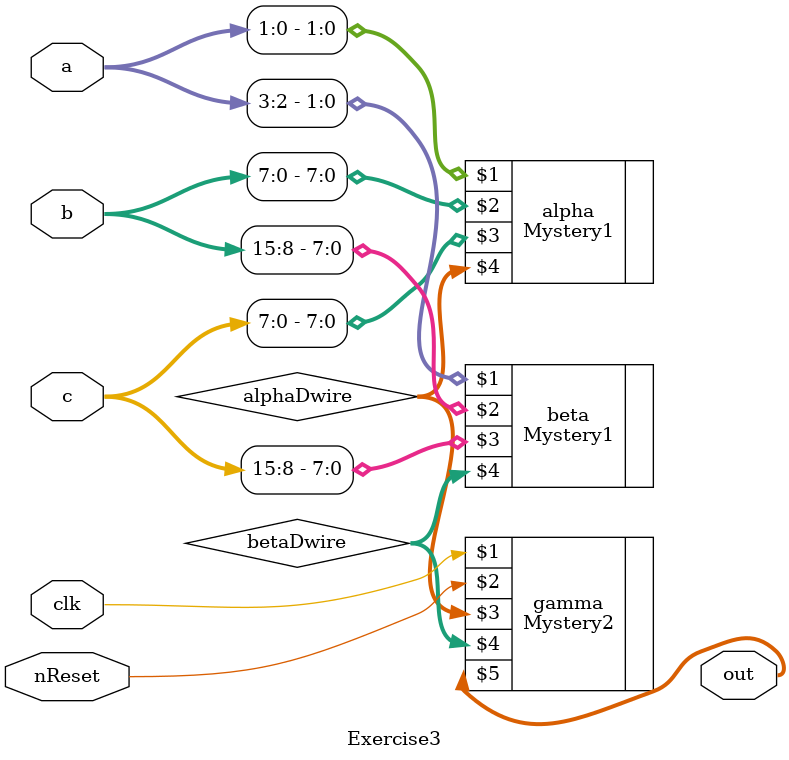
<source format=sv>
module Exercise3 (
    input clk,
    input nReset,
    input [3:0] a,
    input [15:0] b,
    input [15:0] c,
    output [15:0] out
);

wire [7:0] alphaDwire;
wire [7:0] betaDwire;

Mystery1 alpha(a[1:0], b[7:0], c[7:0], alphaDwire);
Mystery1 beta(a[3:2], b[15:8], c[15:8], betaDwire);

Mystery2 gamma(clk, nReset, alphaDwire, betaDwire, out);


endmodule

</source>
